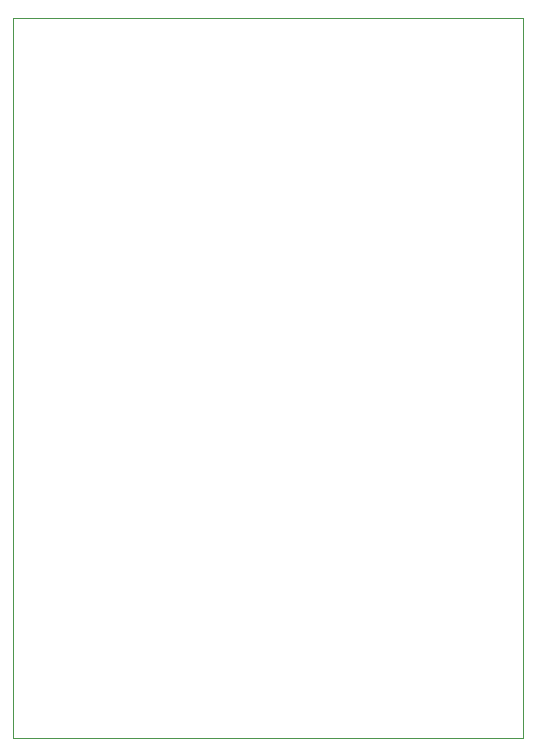
<source format=gm1>
G04 --- HEADER BEGIN --- *
%TF.GenerationSoftware,LibrePCB,LibrePCB,0.1.0*%
%TF.CreationDate,2018-07-30T22:42:00*%
%TF.ProjectId,desklift - bottom,cc45967b-cddc-4eac-8902-aaf571f4ea35,v2*%
%TF.Part,Single*%
%FSLAX66Y66*%
%MOMM*%
G01*
G74*
G04 --- HEADER END --- *
G04 --- APERTURE LIST BEGIN --- *
%ADD10C,0.001*%
G04 --- APERTURE LIST END --- *
G04 --- BOARD BEGIN --- *
D10*
X36830000Y86360000D02*
X36830000Y86360000D01*
X80010000Y86360000D01*
X80010000Y25400000D01*
X36830000Y25400000D01*
X36830000Y86360000D01*
G04 --- BOARD END --- *
%TF.MD5,5d219ef5481c556a869d279a366b2cd9*%
M02*

</source>
